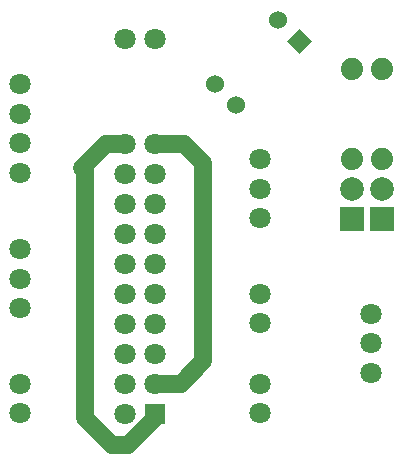
<source format=gbl>
G04 Layer: BottomLayer*
G04 EasyEDA v6.2.46, 2019-10-16T13:26:15+01:00*
G04 ae079d8acce342fb8db977bfef0d72cc,7d8c45e2f626414c9c496ba5291ef857,10*
G04 Gerber Generator version 0.2*
G04 Scale: 100 percent, Rotated: No, Reflected: No *
G04 Dimensions in millimeters *
G04 leading zeros omitted , absolute positions ,3 integer and 3 decimal *
%FSLAX33Y33*%
%MOMM*%
G90*
G71D02*

%ADD11C,1.499997*%
%ADD13C,1.524000*%
%ADD14C,1.879600*%
%ADD15C,1.799996*%
%ADD16R,1.799996X1.799996*%
%ADD17R,1.999996X1.999996*%
%ADD18C,1.999996*%

%LPD*%
G54D11*
G01X19939Y30268D02*
G01X22352Y30268D01*
G01X24003Y28617D01*
G01X24003Y11853D01*
G01X22098Y9948D01*
G01X19939Y9948D01*
G01X17399Y30268D02*
G01X15748Y30268D01*
G01X13716Y28236D01*
G01X13970Y27982D01*
G01X13970Y7027D01*
G01X16256Y4741D01*
G01X17653Y4741D01*
G01X19939Y7027D01*
G01X19939Y7408D01*
G36*
G01X33244Y38922D02*
G01X32167Y37844D01*
G01X31089Y38922D01*
G01X32167Y39999D01*
G01X33244Y38922D01*
G37*
G54D13*
G01X30371Y40718D03*
G01X24982Y35329D03*
G01X26778Y33533D03*
G54D14*
G01X39116Y28998D03*
G01X39116Y36618D03*
G01X36576Y28998D03*
G01X36576Y36618D03*
G54D15*
G01X38227Y10876D03*
G01X38227Y13378D03*
G01X38227Y15877D03*
G01X28829Y23957D03*
G01X28829Y26459D03*
G01X28829Y28958D03*
G54D16*
G01X19939Y7408D03*
G54D15*
G01X17399Y7408D03*
G01X19939Y9948D03*
G01X17399Y9948D03*
G01X19939Y12488D03*
G01X17399Y12488D03*
G01X19939Y15028D03*
G01X17399Y15028D03*
G01X19939Y17568D03*
G01X17399Y17568D03*
G01X19939Y20108D03*
G01X17399Y20108D03*
G01X19939Y22648D03*
G01X17399Y22648D03*
G01X19939Y25188D03*
G01X17399Y25188D03*
G01X19939Y27728D03*
G01X17399Y27728D03*
G01X19939Y30268D03*
G01X17399Y30268D03*
G01X17418Y39158D03*
G01X19919Y39158D03*
G54D17*
G01X39116Y23918D03*
G54D18*
G01X39116Y26458D03*
G54D17*
G01X36576Y23918D03*
G54D18*
G01X36576Y26458D03*
G54D15*
G01X8510Y16337D03*
G01X8510Y18839D03*
G01X8510Y21338D03*
G01X28830Y9928D03*
G01X28830Y7427D03*
G01X28830Y17548D03*
G01X28830Y15047D03*
G01X8510Y7427D03*
G01X8510Y9928D03*
G01X8510Y27787D03*
G01X8510Y30289D03*
G01X8510Y32788D03*
G01X8510Y35288D03*
M00*
M02*

</source>
